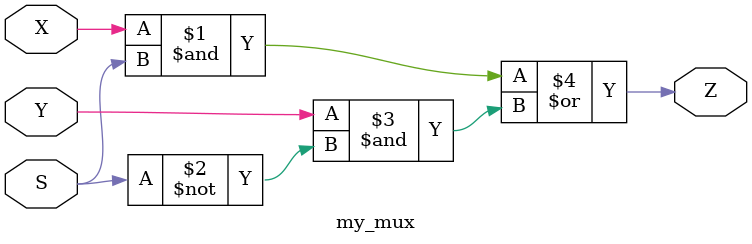
<source format=v>
`timescale 1ns / 1ps

module my_mux(
    input wire X,
    input wire Y,
    input wire S,
    output wire Z
    );
    
assign Z = (X & S) | (Y & (~S));

endmodule

</source>
